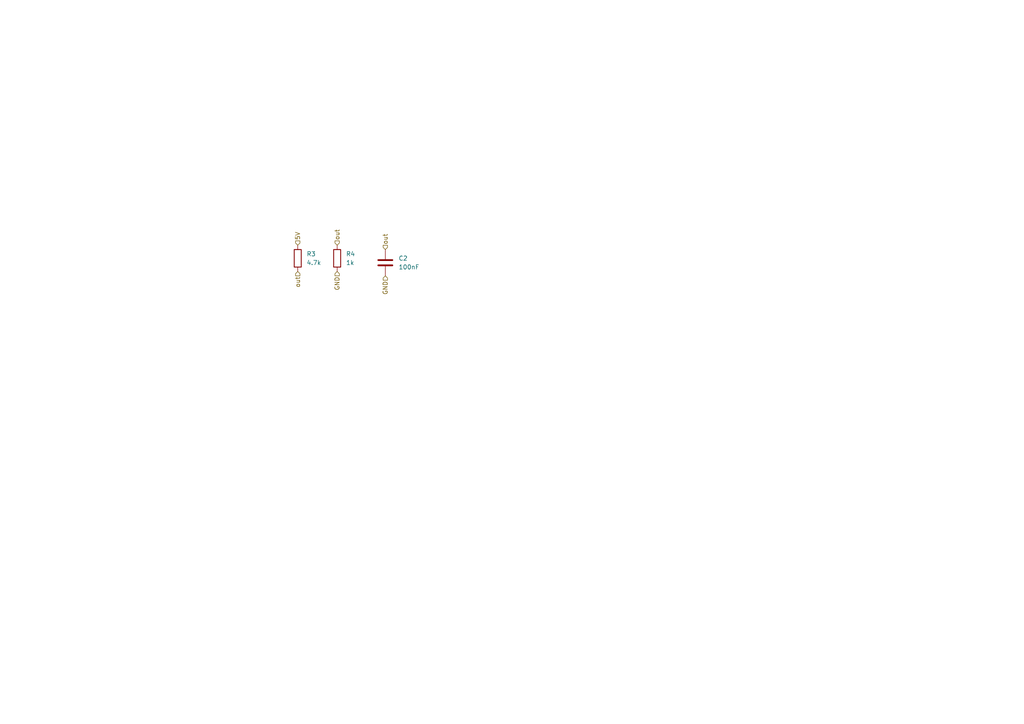
<source format=kicad_sch>
(kicad_sch (version 20250114) (generator "eeschema") (generator_version "9.0")
  (paper "A4")
  (lib_symbols
    (symbol "Device:C" (pin_numbers (hide yes)) (pin_names (offset 0.254))
      (property "Reference" "C" (at 0.635 2.54 0))
      (property "Value" "C" (at 0.635 -2.54 0))
      (symbol "C_0_1"
        (polyline (pts (xy -2.032 0.762) (xy 2.032 0.762)) (stroke (width 0.508)))
        (polyline (pts (xy -2.032 -0.762) (xy 2.032 -0.762)) (stroke (width 0.508)))
      )
      (symbol "C_1_1"
        (pin passive line (at 0 3.81 270) (length 2.794) (name "~") (number "1"))
        (pin passive line (at 0 -3.81 90) (length 2.794) (name "~") (number "2"))
      )
    )
    (symbol "Device:R" (pin_numbers (hide yes)) (pin_names (offset 0))
      (property "Reference" "R" (at 2.032 0 90))
      (property "Value" "R" (at 0 0 90))
      (symbol "R_0_1"
        (rectangle (start -1.016 -2.54) (end 1.016 2.54) (stroke (width 0.254)))
      )
      (symbol "R_1_1"
        (pin passive line (at 0 3.81 270) (length 1.27) (name "~") (number "1"))
        (pin passive line (at 0 -3.81 90) (length 1.27) (name "~") (number "2"))
      )
    )
  )
  (hierarchical_label "out" (shape input) (at 86.36 78.74 270))
  (hierarchical_label "GND" (shape input) (at 111.76 80.01 270))
  (hierarchical_label "GND" (shape input) (at 97.79 78.74 270))
  (hierarchical_label "5V" (shape input) (at 86.36 71.12 90))
  (hierarchical_label "out" (shape input) (at 111.76 72.39 90))
  (hierarchical_label "out" (shape input) (at 97.79 71.12 90))
  (symbol (lib_id "Device:C") (at 111.76 76.2 0) (unit 1)
    (property "Reference" "C2" (at 115.57 74.9299 0) (effects (justify left)))
    (property "Value" "100nF" (at 115.57 77.4699 0) (effects (justify left)))
    (property "Description" "Unpolarized capacitor" (effects (hide yes)))
  )
  (symbol (lib_id "Device:R") (at 86.36 74.93 0) (unit 1)
    (property "Reference" "R3" (at 88.9 73.6599 0) (effects (justify left)))
    (property "Value" "4.7k" (at 88.9 76.1999 0) (effects (justify left)))
    (property "Footprint" "Resistor_SMD:R_0603_1608Metric" (effects (hide yes)))
    (property "Description" "Resistor" (effects (hide yes)))
  )
  (symbol (lib_id "Device:R") (at 97.79 74.93 0) (unit 1)
    (property "Reference" "R4" (at 100.33 73.6599 0) (effects (justify left)))
    (property "Value" "1k" (at 100.33 76.1999 0) (effects (justify left)))
    (property "Footprint" "Resistor_SMD:R_0603_1608Metric" (effects (hide yes)))
    (property "Description" "Resistor" (effects (hide yes)))
  )
)
</source>
